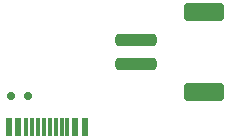
<source format=gbr>
%TF.GenerationSoftware,KiCad,Pcbnew,9.0.3*%
%TF.CreationDate,2025-09-02T10:47:08-04:00*%
%TF.ProjectId,simon,73696d6f-6e2e-46b6-9963-61645f706362,rev?*%
%TF.SameCoordinates,Original*%
%TF.FileFunction,Paste,Bot*%
%TF.FilePolarity,Positive*%
%FSLAX46Y46*%
G04 Gerber Fmt 4.6, Leading zero omitted, Abs format (unit mm)*
G04 Created by KiCad (PCBNEW 9.0.3) date 2025-09-02 10:47:08*
%MOMM*%
%LPD*%
G01*
G04 APERTURE LIST*
G04 Aperture macros list*
%AMRoundRect*
0 Rectangle with rounded corners*
0 $1 Rounding radius*
0 $2 $3 $4 $5 $6 $7 $8 $9 X,Y pos of 4 corners*
0 Add a 4 corners polygon primitive as box body*
4,1,4,$2,$3,$4,$5,$6,$7,$8,$9,$2,$3,0*
0 Add four circle primitives for the rounded corners*
1,1,$1+$1,$2,$3*
1,1,$1+$1,$4,$5*
1,1,$1+$1,$6,$7*
1,1,$1+$1,$8,$9*
0 Add four rect primitives between the rounded corners*
20,1,$1+$1,$2,$3,$4,$5,0*
20,1,$1+$1,$4,$5,$6,$7,0*
20,1,$1+$1,$6,$7,$8,$9,0*
20,1,$1+$1,$8,$9,$2,$3,0*%
G04 Aperture macros list end*
%ADD10R,0.600000X1.550000*%
%ADD11R,0.300000X1.550000*%
%ADD12RoundRect,0.150000X0.150000X0.200000X-0.150000X0.200000X-0.150000X-0.200000X0.150000X-0.200000X0*%
%ADD13RoundRect,0.250000X-1.500000X0.250000X-1.500000X-0.250000X1.500000X-0.250000X1.500000X0.250000X0*%
%ADD14RoundRect,0.250001X-1.449999X0.499999X-1.449999X-0.499999X1.449999X-0.499999X1.449999X0.499999X0*%
G04 APERTURE END LIST*
D10*
%TO.C,J201*%
X149570000Y-103321000D03*
X148770000Y-103321000D03*
D11*
X147620000Y-103321000D03*
X146620000Y-103321000D03*
X146120000Y-103321000D03*
X145120000Y-103321000D03*
D10*
X143970000Y-103321000D03*
X143170000Y-103321000D03*
D11*
X144620000Y-103321000D03*
X145620000Y-103321000D03*
X147120000Y-103321000D03*
X148120000Y-103321000D03*
%TD*%
D12*
%TO.C,D201*%
X143380000Y-100730000D03*
X144780000Y-100730000D03*
%TD*%
D13*
%TO.C,J202*%
X153930000Y-96010000D03*
X153930000Y-98010000D03*
D14*
X159680000Y-93660000D03*
X159680000Y-100360000D03*
%TD*%
M02*

</source>
